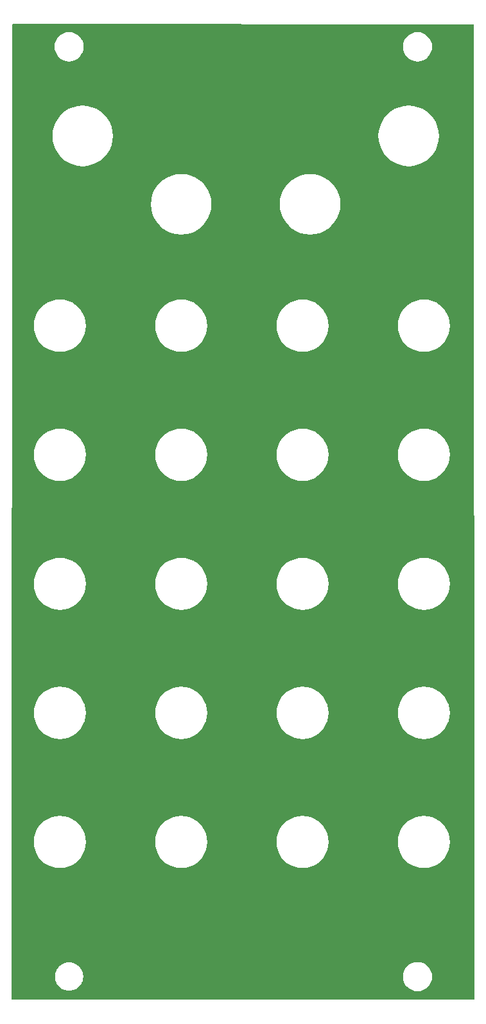
<source format=gtl>
G04 Layer_Physical_Order=1*
G04 Layer_Color=255*
%FSLAX25Y25*%
%MOIN*%
G70*
G01*
G75*
G36*
X-188Y-9794D02*
X-0Y-515158D01*
X-354Y-515512D01*
X-121019Y-515512D01*
X-239955D01*
X-240308Y-515158D01*
X-240000Y-9960D01*
X-239646Y-9607D01*
X-188Y-9794D01*
D02*
G37*
%LPC*%
G36*
X-26262Y-353281D02*
X-28381Y-353448D01*
X-30449Y-353944D01*
X-32413Y-354758D01*
X-34226Y-355869D01*
X-35843Y-357250D01*
X-37224Y-358866D01*
X-38335Y-360679D01*
X-39148Y-362644D01*
X-39645Y-364711D01*
X-39811Y-366831D01*
X-39645Y-368950D01*
X-39148Y-371018D01*
X-38335Y-372982D01*
X-37224Y-374795D01*
X-35843Y-376412D01*
X-34226Y-377793D01*
X-32413Y-378904D01*
X-30449Y-379717D01*
X-28381Y-380213D01*
X-26262Y-380380D01*
X-24142Y-380213D01*
X-22075Y-379717D01*
X-20110Y-378904D01*
X-18297Y-377793D01*
X-16681Y-376412D01*
X-15300Y-374795D01*
X-14189Y-372982D01*
X-13375Y-371018D01*
X-12879Y-368950D01*
X-12712Y-366831D01*
X-12879Y-364711D01*
X-13375Y-362644D01*
X-14189Y-360679D01*
X-15300Y-358866D01*
X-16681Y-357250D01*
X-18297Y-355869D01*
X-20110Y-354758D01*
X-22075Y-353944D01*
X-24142Y-353448D01*
X-26262Y-353281D01*
D02*
G37*
G36*
X-89254D02*
X-91373Y-353448D01*
X-93441Y-353944D01*
X-95405Y-354758D01*
X-97218Y-355869D01*
X-98835Y-357250D01*
X-100216Y-358866D01*
X-101327Y-360679D01*
X-102140Y-362644D01*
X-102637Y-364711D01*
X-102804Y-366831D01*
X-102637Y-368950D01*
X-102140Y-371018D01*
X-101327Y-372982D01*
X-100216Y-374795D01*
X-98835Y-376412D01*
X-97218Y-377793D01*
X-95405Y-378904D01*
X-93441Y-379717D01*
X-91373Y-380213D01*
X-89254Y-380380D01*
X-87134Y-380213D01*
X-85067Y-379717D01*
X-83103Y-378904D01*
X-81290Y-377793D01*
X-79673Y-376412D01*
X-78292Y-374795D01*
X-77181Y-372982D01*
X-76367Y-371018D01*
X-75871Y-368950D01*
X-75704Y-366831D01*
X-75871Y-364711D01*
X-76367Y-362644D01*
X-77181Y-360679D01*
X-78292Y-358866D01*
X-79673Y-357250D01*
X-81290Y-355869D01*
X-83103Y-354758D01*
X-85067Y-353944D01*
X-87134Y-353448D01*
X-89254Y-353281D01*
D02*
G37*
G36*
X-152246D02*
X-154366Y-353448D01*
X-156433Y-353944D01*
X-158397Y-354758D01*
X-160210Y-355869D01*
X-161827Y-357250D01*
X-163208Y-358866D01*
X-164319Y-360679D01*
X-165133Y-362644D01*
X-165629Y-364711D01*
X-165796Y-366831D01*
X-165629Y-368950D01*
X-165133Y-371018D01*
X-164319Y-372982D01*
X-163208Y-374795D01*
X-161827Y-376412D01*
X-160210Y-377793D01*
X-158397Y-378904D01*
X-156433Y-379717D01*
X-154366Y-380213D01*
X-152246Y-380380D01*
X-150127Y-380213D01*
X-148059Y-379717D01*
X-146095Y-378904D01*
X-144282Y-377793D01*
X-142665Y-376412D01*
X-141284Y-374795D01*
X-140173Y-372982D01*
X-139360Y-371018D01*
X-138863Y-368950D01*
X-138697Y-366831D01*
X-138863Y-364711D01*
X-139360Y-362644D01*
X-140173Y-360679D01*
X-141284Y-358866D01*
X-142665Y-357250D01*
X-144282Y-355869D01*
X-146095Y-354758D01*
X-148059Y-353944D01*
X-150127Y-353448D01*
X-152246Y-353281D01*
D02*
G37*
G36*
X-89254Y-286352D02*
X-91373Y-286519D01*
X-93441Y-287015D01*
X-95405Y-287829D01*
X-97218Y-288940D01*
X-98835Y-290321D01*
X-100216Y-291937D01*
X-101327Y-293750D01*
X-102140Y-295714D01*
X-102637Y-297782D01*
X-102804Y-299902D01*
X-102637Y-302021D01*
X-102140Y-304089D01*
X-101327Y-306053D01*
X-100216Y-307866D01*
X-98835Y-309483D01*
X-97218Y-310863D01*
X-95405Y-311974D01*
X-93441Y-312788D01*
X-91373Y-313284D01*
X-89254Y-313451D01*
X-87134Y-313284D01*
X-85067Y-312788D01*
X-83103Y-311974D01*
X-81290Y-310863D01*
X-79673Y-309483D01*
X-78292Y-307866D01*
X-77181Y-306053D01*
X-76367Y-304089D01*
X-75871Y-302021D01*
X-75704Y-299902D01*
X-75871Y-297782D01*
X-76367Y-295714D01*
X-77181Y-293750D01*
X-78292Y-291937D01*
X-79673Y-290321D01*
X-81290Y-288940D01*
X-83103Y-287829D01*
X-85067Y-287015D01*
X-87134Y-286519D01*
X-89254Y-286352D01*
D02*
G37*
G36*
X-152246D02*
X-154366Y-286519D01*
X-156433Y-287015D01*
X-158397Y-287829D01*
X-160210Y-288940D01*
X-161827Y-290321D01*
X-163208Y-291937D01*
X-164319Y-293750D01*
X-165133Y-295714D01*
X-165629Y-297782D01*
X-165796Y-299902D01*
X-165629Y-302021D01*
X-165133Y-304089D01*
X-164319Y-306053D01*
X-163208Y-307866D01*
X-161827Y-309483D01*
X-160210Y-310863D01*
X-158397Y-311974D01*
X-156433Y-312788D01*
X-154366Y-313284D01*
X-152246Y-313451D01*
X-150127Y-313284D01*
X-148059Y-312788D01*
X-146095Y-311974D01*
X-144282Y-310863D01*
X-142665Y-309483D01*
X-141284Y-307866D01*
X-140173Y-306053D01*
X-139360Y-304089D01*
X-138863Y-302021D01*
X-138697Y-299902D01*
X-138863Y-297782D01*
X-139360Y-295714D01*
X-140173Y-293750D01*
X-141284Y-291937D01*
X-142665Y-290321D01*
X-144282Y-288940D01*
X-146095Y-287829D01*
X-148059Y-287015D01*
X-150127Y-286519D01*
X-152246Y-286352D01*
D02*
G37*
G36*
X-215238D02*
X-217358Y-286519D01*
X-219425Y-287015D01*
X-221390Y-287829D01*
X-223202Y-288940D01*
X-224819Y-290321D01*
X-226200Y-291937D01*
X-227311Y-293750D01*
X-228125Y-295714D01*
X-228621Y-297782D01*
X-228788Y-299902D01*
X-228621Y-302021D01*
X-228125Y-304089D01*
X-227311Y-306053D01*
X-226200Y-307866D01*
X-224819Y-309483D01*
X-223202Y-310863D01*
X-221390Y-311974D01*
X-219425Y-312788D01*
X-217358Y-313284D01*
X-215238Y-313451D01*
X-213119Y-313284D01*
X-211051Y-312788D01*
X-209087Y-311974D01*
X-207274Y-310863D01*
X-205657Y-309483D01*
X-204276Y-307866D01*
X-203165Y-306053D01*
X-202352Y-304089D01*
X-201855Y-302021D01*
X-201689Y-299902D01*
X-201855Y-297782D01*
X-202352Y-295714D01*
X-203165Y-293750D01*
X-204276Y-291937D01*
X-205657Y-290321D01*
X-207274Y-288940D01*
X-209087Y-287829D01*
X-211051Y-287015D01*
X-213119Y-286519D01*
X-215238Y-286352D01*
D02*
G37*
G36*
Y-353281D02*
X-217358Y-353448D01*
X-219425Y-353944D01*
X-221390Y-354758D01*
X-223202Y-355869D01*
X-224819Y-357250D01*
X-226200Y-358866D01*
X-227311Y-360679D01*
X-228125Y-362644D01*
X-228621Y-364711D01*
X-228788Y-366831D01*
X-228621Y-368950D01*
X-228125Y-371018D01*
X-227311Y-372982D01*
X-226200Y-374795D01*
X-224819Y-376412D01*
X-223202Y-377793D01*
X-221390Y-378904D01*
X-219425Y-379717D01*
X-217358Y-380213D01*
X-215238Y-380380D01*
X-213119Y-380213D01*
X-211051Y-379717D01*
X-209087Y-378904D01*
X-207274Y-377793D01*
X-205657Y-376412D01*
X-204276Y-374795D01*
X-203165Y-372982D01*
X-202352Y-371018D01*
X-201855Y-368950D01*
X-201689Y-366831D01*
X-201855Y-364711D01*
X-202352Y-362644D01*
X-203165Y-360679D01*
X-204276Y-358866D01*
X-205657Y-357250D01*
X-207274Y-355869D01*
X-209087Y-354758D01*
X-211051Y-353944D01*
X-213119Y-353448D01*
X-215238Y-353281D01*
D02*
G37*
G36*
Y-420210D02*
X-217358Y-420377D01*
X-219425Y-420873D01*
X-221390Y-421687D01*
X-223202Y-422798D01*
X-224819Y-424179D01*
X-226200Y-425796D01*
X-227311Y-427608D01*
X-228125Y-429573D01*
X-228621Y-431640D01*
X-228788Y-433760D01*
X-228621Y-435879D01*
X-228125Y-437947D01*
X-227311Y-439911D01*
X-226200Y-441724D01*
X-224819Y-443341D01*
X-223202Y-444722D01*
X-221390Y-445833D01*
X-219425Y-446646D01*
X-217358Y-447143D01*
X-215238Y-447309D01*
X-213119Y-447143D01*
X-211051Y-446646D01*
X-209087Y-445833D01*
X-207274Y-444722D01*
X-205657Y-443341D01*
X-204276Y-441724D01*
X-203165Y-439911D01*
X-202352Y-437947D01*
X-201855Y-435879D01*
X-201689Y-433760D01*
X-201855Y-431640D01*
X-202352Y-429573D01*
X-203165Y-427608D01*
X-204276Y-425796D01*
X-205657Y-424179D01*
X-207274Y-422798D01*
X-209087Y-421687D01*
X-211051Y-420873D01*
X-213119Y-420377D01*
X-215238Y-420210D01*
D02*
G37*
G36*
X-209847Y-496264D02*
X-211088D01*
X-211187Y-496283D01*
X-211287D01*
X-212504Y-496526D01*
X-212597Y-496564D01*
X-212696Y-496584D01*
X-213842Y-497058D01*
X-213925Y-497114D01*
X-214018Y-497153D01*
X-215050Y-497842D01*
X-215121Y-497913D01*
X-215204Y-497969D01*
X-216082Y-498846D01*
X-216138Y-498930D01*
X-216209Y-499001D01*
X-216898Y-500033D01*
X-216936Y-500125D01*
X-216992Y-500209D01*
X-217467Y-501355D01*
X-217487Y-501454D01*
X-217525Y-501546D01*
X-217767Y-502763D01*
Y-502864D01*
X-217787Y-502962D01*
Y-504203D01*
X-217767Y-504302D01*
Y-504402D01*
X-217525Y-505619D01*
X-217487Y-505712D01*
X-217467Y-505810D01*
X-216992Y-506957D01*
X-216936Y-507040D01*
X-216898Y-507133D01*
X-216209Y-508165D01*
X-216138Y-508236D01*
X-216082Y-508319D01*
X-215204Y-509197D01*
X-215121Y-509252D01*
X-215050Y-509323D01*
X-214018Y-510013D01*
X-213925Y-510051D01*
X-213842Y-510107D01*
X-212696Y-510582D01*
X-212597Y-510601D01*
X-212504Y-510640D01*
X-211287Y-510882D01*
X-211187D01*
X-211088Y-510901D01*
X-209847D01*
X-209749Y-510882D01*
X-209649D01*
X-208432Y-510640D01*
X-208339Y-510601D01*
X-208240Y-510582D01*
X-207094Y-510107D01*
X-207011Y-510051D01*
X-206918Y-510013D01*
X-205886Y-509323D01*
X-205815Y-509252D01*
X-205732Y-509197D01*
X-204854Y-508319D01*
X-204798Y-508236D01*
X-204727Y-508165D01*
X-204038Y-507133D01*
X-203999Y-507040D01*
X-203944Y-506957D01*
X-203469Y-505810D01*
X-203449Y-505712D01*
X-203411Y-505619D01*
X-203169Y-504402D01*
Y-504302D01*
X-203149Y-504203D01*
Y-502962D01*
X-203169Y-502864D01*
Y-502763D01*
X-203411Y-501546D01*
X-203449Y-501454D01*
X-203469Y-501355D01*
X-203944Y-500209D01*
X-203999Y-500125D01*
X-204038Y-500033D01*
X-204727Y-499001D01*
X-204798Y-498930D01*
X-204854Y-498846D01*
X-205732Y-497969D01*
X-205815Y-497913D01*
X-205886Y-497842D01*
X-206918Y-497153D01*
X-207011Y-497114D01*
X-207094Y-497058D01*
X-208240Y-496584D01*
X-208339Y-496564D01*
X-208432Y-496526D01*
X-209649Y-496283D01*
X-209749D01*
X-209847Y-496264D01*
D02*
G37*
G36*
X-29528Y-495997D02*
X-31008Y-496143D01*
X-32430Y-496574D01*
X-33742Y-497275D01*
X-34892Y-498219D01*
X-35835Y-499368D01*
X-36536Y-500680D01*
X-36968Y-502103D01*
X-37113Y-503583D01*
X-36968Y-505063D01*
X-36536Y-506486D01*
X-35835Y-507797D01*
X-34892Y-508947D01*
X-33742Y-509890D01*
X-32430Y-510591D01*
X-31008Y-511023D01*
X-29528Y-511168D01*
X-28048Y-511023D01*
X-26625Y-510591D01*
X-25313Y-509890D01*
X-24164Y-508947D01*
X-23220Y-507797D01*
X-22519Y-506486D01*
X-22088Y-505063D01*
X-21942Y-503583D01*
X-22088Y-502103D01*
X-22519Y-500680D01*
X-23220Y-499368D01*
X-24164Y-498219D01*
X-25313Y-497275D01*
X-26625Y-496574D01*
X-28048Y-496143D01*
X-29528Y-495997D01*
D02*
G37*
G36*
X-26262Y-420210D02*
X-28381Y-420377D01*
X-30449Y-420873D01*
X-32413Y-421687D01*
X-34226Y-422798D01*
X-35843Y-424179D01*
X-37224Y-425796D01*
X-38335Y-427608D01*
X-39148Y-429573D01*
X-39645Y-431640D01*
X-39811Y-433760D01*
X-39645Y-435879D01*
X-39148Y-437947D01*
X-38335Y-439911D01*
X-37224Y-441724D01*
X-35843Y-443341D01*
X-34226Y-444722D01*
X-32413Y-445833D01*
X-30449Y-446646D01*
X-28381Y-447143D01*
X-26262Y-447309D01*
X-24142Y-447143D01*
X-22075Y-446646D01*
X-20110Y-445833D01*
X-18297Y-444722D01*
X-16681Y-443341D01*
X-15300Y-441724D01*
X-14189Y-439911D01*
X-13375Y-437947D01*
X-12879Y-435879D01*
X-12712Y-433760D01*
X-12879Y-431640D01*
X-13375Y-429573D01*
X-14189Y-427608D01*
X-15300Y-425796D01*
X-16681Y-424179D01*
X-18297Y-422798D01*
X-20110Y-421687D01*
X-22075Y-420873D01*
X-24142Y-420377D01*
X-26262Y-420210D01*
D02*
G37*
G36*
X-89254D02*
X-91373Y-420377D01*
X-93441Y-420873D01*
X-95405Y-421687D01*
X-97218Y-422798D01*
X-98835Y-424179D01*
X-100216Y-425796D01*
X-101327Y-427608D01*
X-102140Y-429573D01*
X-102637Y-431640D01*
X-102804Y-433760D01*
X-102637Y-435879D01*
X-102140Y-437947D01*
X-101327Y-439911D01*
X-100216Y-441724D01*
X-98835Y-443341D01*
X-97218Y-444722D01*
X-95405Y-445833D01*
X-93441Y-446646D01*
X-91373Y-447143D01*
X-89254Y-447309D01*
X-87134Y-447143D01*
X-85067Y-446646D01*
X-83103Y-445833D01*
X-81290Y-444722D01*
X-79673Y-443341D01*
X-78292Y-441724D01*
X-77181Y-439911D01*
X-76367Y-437947D01*
X-75871Y-435879D01*
X-75704Y-433760D01*
X-75871Y-431640D01*
X-76367Y-429573D01*
X-77181Y-427608D01*
X-78292Y-425796D01*
X-79673Y-424179D01*
X-81290Y-422798D01*
X-83103Y-421687D01*
X-85067Y-420873D01*
X-87134Y-420377D01*
X-89254Y-420210D01*
D02*
G37*
G36*
X-152246D02*
X-154366Y-420377D01*
X-156433Y-420873D01*
X-158397Y-421687D01*
X-160210Y-422798D01*
X-161827Y-424179D01*
X-163208Y-425796D01*
X-164319Y-427608D01*
X-165133Y-429573D01*
X-165629Y-431640D01*
X-165796Y-433760D01*
X-165629Y-435879D01*
X-165133Y-437947D01*
X-164319Y-439911D01*
X-163208Y-441724D01*
X-161827Y-443341D01*
X-160210Y-444722D01*
X-158397Y-445833D01*
X-156433Y-446646D01*
X-154366Y-447143D01*
X-152246Y-447309D01*
X-150127Y-447143D01*
X-148059Y-446646D01*
X-146095Y-445833D01*
X-144282Y-444722D01*
X-142665Y-443341D01*
X-141284Y-441724D01*
X-140173Y-439911D01*
X-139360Y-437947D01*
X-138863Y-435879D01*
X-138697Y-433760D01*
X-138863Y-431640D01*
X-139360Y-429573D01*
X-140173Y-427608D01*
X-141284Y-425796D01*
X-142665Y-424179D01*
X-144282Y-422798D01*
X-146095Y-421687D01*
X-148059Y-420873D01*
X-150127Y-420377D01*
X-152246Y-420210D01*
D02*
G37*
G36*
X-26262Y-286352D02*
X-28381Y-286519D01*
X-30449Y-287015D01*
X-32413Y-287829D01*
X-34226Y-288940D01*
X-35843Y-290321D01*
X-37224Y-291937D01*
X-38335Y-293750D01*
X-39148Y-295714D01*
X-39645Y-297782D01*
X-39811Y-299902D01*
X-39645Y-302021D01*
X-39148Y-304089D01*
X-38335Y-306053D01*
X-37224Y-307866D01*
X-35843Y-309483D01*
X-34226Y-310863D01*
X-32413Y-311974D01*
X-30449Y-312788D01*
X-28381Y-313284D01*
X-26262Y-313451D01*
X-24142Y-313284D01*
X-22075Y-312788D01*
X-20110Y-311974D01*
X-18297Y-310863D01*
X-16681Y-309483D01*
X-15300Y-307866D01*
X-14189Y-306053D01*
X-13375Y-304089D01*
X-12879Y-302021D01*
X-12712Y-299902D01*
X-12879Y-297782D01*
X-13375Y-295714D01*
X-14189Y-293750D01*
X-15300Y-291937D01*
X-16681Y-290321D01*
X-18297Y-288940D01*
X-20110Y-287829D01*
X-22075Y-287015D01*
X-24142Y-286519D01*
X-26262Y-286352D01*
D02*
G37*
G36*
X-85317Y-87330D02*
X-87776Y-87523D01*
X-90175Y-88099D01*
X-92454Y-89043D01*
X-94558Y-90332D01*
X-96434Y-91934D01*
X-98036Y-93810D01*
X-99325Y-95914D01*
X-100269Y-98193D01*
X-100845Y-100592D01*
X-101039Y-103051D01*
X-100845Y-105511D01*
X-100269Y-107910D01*
X-99325Y-110189D01*
X-98036Y-112292D01*
X-96434Y-114168D01*
X-94558Y-115770D01*
X-92454Y-117059D01*
X-90175Y-118003D01*
X-87776Y-118579D01*
X-85317Y-118773D01*
X-82858Y-118579D01*
X-80459Y-118003D01*
X-78179Y-117059D01*
X-76076Y-115770D01*
X-74200Y-114168D01*
X-72598Y-112292D01*
X-71309Y-110189D01*
X-70365Y-107910D01*
X-69789Y-105511D01*
X-69595Y-103051D01*
X-69789Y-100592D01*
X-70365Y-98193D01*
X-71309Y-95914D01*
X-72598Y-93810D01*
X-74200Y-91934D01*
X-76076Y-90332D01*
X-78179Y-89043D01*
X-80459Y-88099D01*
X-82858Y-87523D01*
X-85317Y-87330D01*
D02*
G37*
G36*
X-152246D02*
X-154706Y-87523D01*
X-157104Y-88099D01*
X-159384Y-89043D01*
X-161487Y-90332D01*
X-163363Y-91934D01*
X-164965Y-93810D01*
X-166254Y-95914D01*
X-167198Y-98193D01*
X-167774Y-100592D01*
X-167968Y-103051D01*
X-167774Y-105511D01*
X-167198Y-107910D01*
X-166254Y-110189D01*
X-164965Y-112292D01*
X-163363Y-114168D01*
X-161487Y-115770D01*
X-159384Y-117059D01*
X-157104Y-118003D01*
X-154706Y-118579D01*
X-152246Y-118773D01*
X-149787Y-118579D01*
X-147388Y-118003D01*
X-145109Y-117059D01*
X-143005Y-115770D01*
X-141129Y-114168D01*
X-139527Y-112292D01*
X-138238Y-110189D01*
X-137294Y-107910D01*
X-136718Y-105511D01*
X-136524Y-103051D01*
X-136718Y-100592D01*
X-137294Y-98193D01*
X-138238Y-95914D01*
X-139527Y-93810D01*
X-141129Y-91934D01*
X-143005Y-90332D01*
X-145109Y-89043D01*
X-147388Y-88099D01*
X-149787Y-87523D01*
X-152246Y-87330D01*
D02*
G37*
G36*
X-26262Y-152494D02*
X-28381Y-152661D01*
X-30449Y-153157D01*
X-32413Y-153971D01*
X-34226Y-155081D01*
X-35843Y-156462D01*
X-37224Y-158079D01*
X-38335Y-159892D01*
X-39148Y-161856D01*
X-39645Y-163924D01*
X-39811Y-166043D01*
X-39645Y-168163D01*
X-39148Y-170230D01*
X-38335Y-172195D01*
X-37224Y-174008D01*
X-35843Y-175624D01*
X-34226Y-177005D01*
X-32413Y-178116D01*
X-30449Y-178930D01*
X-28381Y-179426D01*
X-26262Y-179593D01*
X-24142Y-179426D01*
X-22075Y-178930D01*
X-20110Y-178116D01*
X-18297Y-177005D01*
X-16681Y-175624D01*
X-15300Y-174008D01*
X-14189Y-172195D01*
X-13375Y-170230D01*
X-12879Y-168163D01*
X-12712Y-166043D01*
X-12879Y-163924D01*
X-13375Y-161856D01*
X-14189Y-159892D01*
X-15300Y-158079D01*
X-16681Y-156462D01*
X-18297Y-155081D01*
X-20110Y-153971D01*
X-22075Y-153157D01*
X-24142Y-152661D01*
X-26262Y-152494D01*
D02*
G37*
G36*
X-203427Y-51896D02*
X-205887Y-52090D01*
X-208285Y-52666D01*
X-210565Y-53610D01*
X-212668Y-54899D01*
X-214544Y-56501D01*
X-216146Y-58377D01*
X-217435Y-60481D01*
X-218379Y-62760D01*
X-218955Y-65159D01*
X-219149Y-67618D01*
X-218955Y-70078D01*
X-218379Y-72476D01*
X-217435Y-74756D01*
X-216146Y-76859D01*
X-214544Y-78735D01*
X-212668Y-80337D01*
X-210565Y-81626D01*
X-208285Y-82570D01*
X-205887Y-83146D01*
X-203427Y-83340D01*
X-200968Y-83146D01*
X-198569Y-82570D01*
X-196290Y-81626D01*
X-194186Y-80337D01*
X-192310Y-78735D01*
X-190708Y-76859D01*
X-189419Y-74756D01*
X-188475Y-72476D01*
X-187899Y-70078D01*
X-187706Y-67618D01*
X-187899Y-65159D01*
X-188475Y-62760D01*
X-189419Y-60481D01*
X-190708Y-58377D01*
X-192310Y-56501D01*
X-194186Y-54899D01*
X-196290Y-53610D01*
X-198569Y-52666D01*
X-200968Y-52090D01*
X-203427Y-51896D01*
D02*
G37*
G36*
X-29528Y-13832D02*
X-31008Y-13977D01*
X-32430Y-14409D01*
X-33742Y-15110D01*
X-34892Y-16053D01*
X-35835Y-17203D01*
X-36536Y-18514D01*
X-36968Y-19937D01*
X-37113Y-21417D01*
X-36968Y-22897D01*
X-36536Y-24320D01*
X-35835Y-25632D01*
X-34892Y-26781D01*
X-33742Y-27725D01*
X-32430Y-28426D01*
X-31008Y-28857D01*
X-29528Y-29003D01*
X-28048Y-28857D01*
X-26625Y-28426D01*
X-25313Y-27725D01*
X-24164Y-26781D01*
X-23220Y-25632D01*
X-22519Y-24320D01*
X-22088Y-22897D01*
X-21942Y-21417D01*
X-22088Y-19937D01*
X-22519Y-18514D01*
X-23220Y-17203D01*
X-24164Y-16053D01*
X-25313Y-15110D01*
X-26625Y-14409D01*
X-28048Y-13977D01*
X-29528Y-13832D01*
D02*
G37*
G36*
X-210472D02*
X-211952Y-13977D01*
X-213375Y-14409D01*
X-214687Y-15110D01*
X-215836Y-16053D01*
X-216780Y-17203D01*
X-217481Y-18514D01*
X-217912Y-19937D01*
X-218058Y-21417D01*
X-217912Y-22897D01*
X-217481Y-24320D01*
X-216780Y-25632D01*
X-215836Y-26781D01*
X-214687Y-27725D01*
X-213375Y-28426D01*
X-211952Y-28857D01*
X-210472Y-29003D01*
X-208993Y-28857D01*
X-207570Y-28426D01*
X-206258Y-27725D01*
X-205108Y-26781D01*
X-204165Y-25632D01*
X-203464Y-24320D01*
X-203032Y-22897D01*
X-202887Y-21417D01*
X-203032Y-19937D01*
X-203464Y-18514D01*
X-204165Y-17203D01*
X-205108Y-16053D01*
X-206258Y-15110D01*
X-207570Y-14409D01*
X-208993Y-13977D01*
X-210472Y-13832D01*
D02*
G37*
G36*
X-34136Y-51896D02*
X-36595Y-52090D01*
X-38994Y-52666D01*
X-41273Y-53610D01*
X-43377Y-54899D01*
X-45253Y-56501D01*
X-46855Y-58377D01*
X-48144Y-60481D01*
X-49088Y-62760D01*
X-49664Y-65159D01*
X-49858Y-67618D01*
X-49664Y-70078D01*
X-49088Y-72476D01*
X-48144Y-74756D01*
X-46855Y-76859D01*
X-45253Y-78735D01*
X-43377Y-80337D01*
X-41273Y-81626D01*
X-38994Y-82570D01*
X-36595Y-83146D01*
X-34136Y-83340D01*
X-31676Y-83146D01*
X-29278Y-82570D01*
X-26998Y-81626D01*
X-24895Y-80337D01*
X-23019Y-78735D01*
X-21417Y-76859D01*
X-20128Y-74756D01*
X-19184Y-72476D01*
X-18608Y-70078D01*
X-18414Y-67618D01*
X-18608Y-65159D01*
X-19184Y-62760D01*
X-20128Y-60481D01*
X-21417Y-58377D01*
X-23019Y-56501D01*
X-24895Y-54899D01*
X-26998Y-53610D01*
X-29278Y-52666D01*
X-31676Y-52090D01*
X-34136Y-51896D01*
D02*
G37*
G36*
X-89254Y-219423D02*
X-91373Y-219590D01*
X-93441Y-220086D01*
X-95405Y-220900D01*
X-97218Y-222010D01*
X-98835Y-223391D01*
X-100216Y-225008D01*
X-101327Y-226821D01*
X-102140Y-228785D01*
X-102637Y-230853D01*
X-102804Y-232972D01*
X-102637Y-235092D01*
X-102140Y-237159D01*
X-101327Y-239124D01*
X-100216Y-240937D01*
X-98835Y-242553D01*
X-97218Y-243934D01*
X-95405Y-245045D01*
X-93441Y-245859D01*
X-91373Y-246355D01*
X-89254Y-246522D01*
X-87134Y-246355D01*
X-85067Y-245859D01*
X-83103Y-245045D01*
X-81290Y-243934D01*
X-79673Y-242553D01*
X-78292Y-240937D01*
X-77181Y-239124D01*
X-76367Y-237159D01*
X-75871Y-235092D01*
X-75704Y-232972D01*
X-75871Y-230853D01*
X-76367Y-228785D01*
X-77181Y-226821D01*
X-78292Y-225008D01*
X-79673Y-223391D01*
X-81290Y-222010D01*
X-83103Y-220900D01*
X-85067Y-220086D01*
X-87134Y-219590D01*
X-89254Y-219423D01*
D02*
G37*
G36*
X-152246D02*
X-154366Y-219590D01*
X-156433Y-220086D01*
X-158397Y-220900D01*
X-160210Y-222010D01*
X-161827Y-223391D01*
X-163208Y-225008D01*
X-164319Y-226821D01*
X-165133Y-228785D01*
X-165629Y-230853D01*
X-165796Y-232972D01*
X-165629Y-235092D01*
X-165133Y-237159D01*
X-164319Y-239124D01*
X-163208Y-240937D01*
X-161827Y-242553D01*
X-160210Y-243934D01*
X-158397Y-245045D01*
X-156433Y-245859D01*
X-154366Y-246355D01*
X-152246Y-246522D01*
X-150127Y-246355D01*
X-148059Y-245859D01*
X-146095Y-245045D01*
X-144282Y-243934D01*
X-142665Y-242553D01*
X-141284Y-240937D01*
X-140173Y-239124D01*
X-139360Y-237159D01*
X-138863Y-235092D01*
X-138697Y-232972D01*
X-138863Y-230853D01*
X-139360Y-228785D01*
X-140173Y-226821D01*
X-141284Y-225008D01*
X-142665Y-223391D01*
X-144282Y-222010D01*
X-146095Y-220900D01*
X-148059Y-220086D01*
X-150127Y-219590D01*
X-152246Y-219423D01*
D02*
G37*
G36*
X-215238D02*
X-217358Y-219590D01*
X-219425Y-220086D01*
X-221390Y-220900D01*
X-223202Y-222010D01*
X-224819Y-223391D01*
X-226200Y-225008D01*
X-227311Y-226821D01*
X-228125Y-228785D01*
X-228621Y-230853D01*
X-228788Y-232972D01*
X-228621Y-235092D01*
X-228125Y-237159D01*
X-227311Y-239124D01*
X-226200Y-240937D01*
X-224819Y-242553D01*
X-223202Y-243934D01*
X-221390Y-245045D01*
X-219425Y-245859D01*
X-217358Y-246355D01*
X-215238Y-246522D01*
X-213119Y-246355D01*
X-211051Y-245859D01*
X-209087Y-245045D01*
X-207274Y-243934D01*
X-205657Y-242553D01*
X-204276Y-240937D01*
X-203165Y-239124D01*
X-202352Y-237159D01*
X-201855Y-235092D01*
X-201689Y-232972D01*
X-201855Y-230853D01*
X-202352Y-228785D01*
X-203165Y-226821D01*
X-204276Y-225008D01*
X-205657Y-223391D01*
X-207274Y-222010D01*
X-209087Y-220900D01*
X-211051Y-220086D01*
X-213119Y-219590D01*
X-215238Y-219423D01*
D02*
G37*
G36*
X-26262D02*
X-28381Y-219590D01*
X-30449Y-220086D01*
X-32413Y-220900D01*
X-34226Y-222010D01*
X-35843Y-223391D01*
X-37224Y-225008D01*
X-38335Y-226821D01*
X-39148Y-228785D01*
X-39645Y-230853D01*
X-39811Y-232972D01*
X-39645Y-235092D01*
X-39148Y-237159D01*
X-38335Y-239124D01*
X-37224Y-240937D01*
X-35843Y-242553D01*
X-34226Y-243934D01*
X-32413Y-245045D01*
X-30449Y-245859D01*
X-28381Y-246355D01*
X-26262Y-246522D01*
X-24142Y-246355D01*
X-22075Y-245859D01*
X-20110Y-245045D01*
X-18297Y-243934D01*
X-16681Y-242553D01*
X-15300Y-240937D01*
X-14189Y-239124D01*
X-13375Y-237159D01*
X-12879Y-235092D01*
X-12712Y-232972D01*
X-12879Y-230853D01*
X-13375Y-228785D01*
X-14189Y-226821D01*
X-15300Y-225008D01*
X-16681Y-223391D01*
X-18297Y-222010D01*
X-20110Y-220900D01*
X-22075Y-220086D01*
X-24142Y-219590D01*
X-26262Y-219423D01*
D02*
G37*
G36*
X-89254Y-152494D02*
X-91373Y-152661D01*
X-93441Y-153157D01*
X-95405Y-153971D01*
X-97218Y-155081D01*
X-98835Y-156462D01*
X-100216Y-158079D01*
X-101327Y-159892D01*
X-102140Y-161856D01*
X-102637Y-163924D01*
X-102804Y-166043D01*
X-102637Y-168163D01*
X-102140Y-170230D01*
X-101327Y-172195D01*
X-100216Y-174008D01*
X-98835Y-175624D01*
X-97218Y-177005D01*
X-95405Y-178116D01*
X-93441Y-178930D01*
X-91373Y-179426D01*
X-89254Y-179593D01*
X-87134Y-179426D01*
X-85067Y-178930D01*
X-83103Y-178116D01*
X-81290Y-177005D01*
X-79673Y-175624D01*
X-78292Y-174008D01*
X-77181Y-172195D01*
X-76367Y-170230D01*
X-75871Y-168163D01*
X-75704Y-166043D01*
X-75871Y-163924D01*
X-76367Y-161856D01*
X-77181Y-159892D01*
X-78292Y-158079D01*
X-79673Y-156462D01*
X-81290Y-155081D01*
X-83103Y-153971D01*
X-85067Y-153157D01*
X-87134Y-152661D01*
X-89254Y-152494D01*
D02*
G37*
G36*
X-152246D02*
X-154366Y-152661D01*
X-156433Y-153157D01*
X-158397Y-153971D01*
X-160210Y-155081D01*
X-161827Y-156462D01*
X-163208Y-158079D01*
X-164319Y-159892D01*
X-165133Y-161856D01*
X-165629Y-163924D01*
X-165796Y-166043D01*
X-165629Y-168163D01*
X-165133Y-170230D01*
X-164319Y-172195D01*
X-163208Y-174008D01*
X-161827Y-175624D01*
X-160210Y-177005D01*
X-158397Y-178116D01*
X-156433Y-178930D01*
X-154366Y-179426D01*
X-152246Y-179593D01*
X-150127Y-179426D01*
X-148059Y-178930D01*
X-146095Y-178116D01*
X-144282Y-177005D01*
X-142665Y-175624D01*
X-141284Y-174008D01*
X-140173Y-172195D01*
X-139360Y-170230D01*
X-138863Y-168163D01*
X-138697Y-166043D01*
X-138863Y-163924D01*
X-139360Y-161856D01*
X-140173Y-159892D01*
X-141284Y-158079D01*
X-142665Y-156462D01*
X-144282Y-155081D01*
X-146095Y-153971D01*
X-148059Y-153157D01*
X-150127Y-152661D01*
X-152246Y-152494D01*
D02*
G37*
G36*
X-215238D02*
X-217358Y-152661D01*
X-219425Y-153157D01*
X-221390Y-153971D01*
X-223202Y-155081D01*
X-224819Y-156462D01*
X-226200Y-158079D01*
X-227311Y-159892D01*
X-228125Y-161856D01*
X-228621Y-163924D01*
X-228788Y-166043D01*
X-228621Y-168163D01*
X-228125Y-170230D01*
X-227311Y-172195D01*
X-226200Y-174008D01*
X-224819Y-175624D01*
X-223202Y-177005D01*
X-221390Y-178116D01*
X-219425Y-178930D01*
X-217358Y-179426D01*
X-215238Y-179593D01*
X-213119Y-179426D01*
X-211051Y-178930D01*
X-209087Y-178116D01*
X-207274Y-177005D01*
X-205657Y-175624D01*
X-204276Y-174008D01*
X-203165Y-172195D01*
X-202352Y-170230D01*
X-201855Y-168163D01*
X-201689Y-166043D01*
X-201855Y-163924D01*
X-202352Y-161856D01*
X-203165Y-159892D01*
X-204276Y-158079D01*
X-205657Y-156462D01*
X-207274Y-155081D01*
X-209087Y-153971D01*
X-211051Y-153157D01*
X-213119Y-152661D01*
X-215238Y-152494D01*
D02*
G37*
%LPD*%
M02*

</source>
